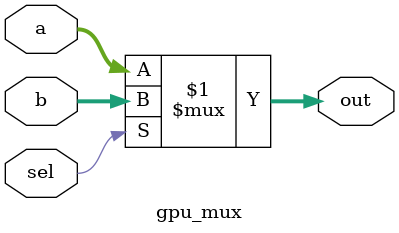
<source format=sv>
module gpu_mux(
	       input logic 	   sel,
	       input logic [31:0]  a,
	       input logic [31:0]  b,
	       output logic [31:0] out
	       );

   assign out = (sel)?b:a;
   
endmodule // gpu_mux

</source>
